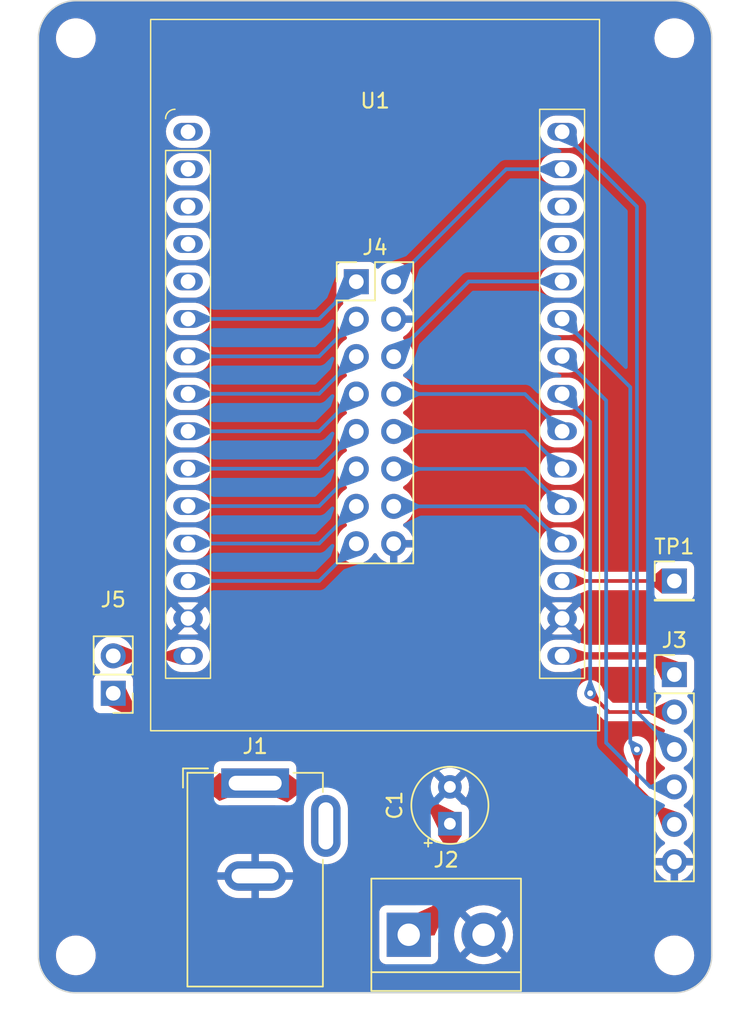
<source format=kicad_pcb>
(kicad_pcb (version 20221018) (generator pcbnew)
  (layers (0 "F.Cu" signal) (31 "B.Cu" signal) (34 "B.Paste" user) (35 "F.Paste" user) (36 "B.SilkS" user "B.Silkscreen") (37 "F.SilkS" user "F.Silkscreen") (38 "B.Mask" user) (39 "F.Mask" user) (44 "Edge.Cuts" user))
  (net 0 "")
  (net 1 "+5V")
  (net 2 "GND")
  (net 3 "+3V3")
  (net 4 "/VSPI_CS0")
  (net 5 "/VSPI_MOSI")
  (net 6 "/VSPI_SCLK")
  (net 7 "/VSPI_MISO")
  (net 8 "/MXR1")
  (net 9 "/MXG1")
  (net 10 "/MXB1")
  (net 11 "/MXR2")
  (net 12 "/MXG2")
  (net 13 "/MXB2")
  (net 14 "/MX_E")
  (net 15 "/MX_A")
  (net 16 "/MX_B")
  (net 17 "/MX_C")
  (net 18 "/MX_D")
  (net 19 "/MX_CLK")
  (net 20 "/MX_LAT")
  (net 21 "/MX_OE")
  (net 22 "VCC")
  (net 23 "Net-(U1-GP15)")
  (footprint "MountingHole:MountingHole_2.2mm_M2" (layer "F.Cu") (at 104.14 64.77)
    (fp_text reference "H1" hide)
    (fp_text value "MountingHole")
    (pad "" np_thru_hole circle (at 0 0) (size 2.2 2.2) (drill 2.2) (layers "*.Cu" "*.Mask"))
  )
  (footprint "Connector_PinHeader_2.54mm:PinHeader_1x02_P2.54mm_Vertical" (layer "F.Cu") (at 106.68 109.22 180)
    (fp_text reference "J5" (at 0 6.35) (layer "F.SilkS"))
    (fp_text value "Jumper")
    (fp_line (start -1.33 -1.33) (end 0 -1.33) (stroke (width 0.12)) (layer "F.SilkS"))
    (fp_line (start -1.33 0) (end -1.33 -1.33) (stroke (width 0.12)) (layer "F.SilkS"))
    (fp_line (start -1.33 1.27) (end -1.33 3.87) (stroke (width 0.12)) (layer "F.SilkS"))
    (fp_line (start -1.33 1.27) (end 1.33 1.27) (stroke (width 0.12)) (layer "F.SilkS"))
    (fp_line (start -1.33 3.87) (end 1.33 3.87) (stroke (width 0.12)) (layer "F.SilkS"))
    (fp_line (start 1.33 1.27) (end 1.33 3.87) (stroke (width 0.12)) (layer "F.SilkS"))
    (pad "1" thru_hole rect (at 0 0 180) (size 1.7 1.7) (drill 1) (layers "*.Cu" "*.Mask") (net 1 "+5V"))
    (pad "2" thru_hole oval (at 0 2.54 180) (size 1.7 1.7) (drill 1) (layers "*.Cu" "*.Mask") (net 22 "VCC"))
  )
  (footprint "Connector_BarrelJack:BarrelJack_GCT_DCJ200-10-A_Horizontal" (layer "F.Cu") (at 116.317 115.316)
    (fp_text reference "J1" (at 0 -2.5) (layer "F.SilkS"))
    (fp_text value "Barrel_Jack_Switch")
    (fp_line (start -4.9 -1) (end -4.9 0.3) (stroke (width 0.12)) (layer "F.SilkS"))
    (fp_line (start -4.6 -0.7) (end -2.6 -0.7) (stroke (width 0.12)) (layer "F.SilkS"))
    (fp_line (start -4.6 13.8) (end -4.6 -0.7) (stroke (width 0.12)) (layer "F.SilkS"))
    (fp_line (start -3.2 -1) (end -4.9 -1) (stroke (width 0.12)) (layer "F.SilkS"))
    (fp_line (start 2.6 -0.7) (end 4.6 -0.7) (stroke (width 0.12)) (layer "F.SilkS"))
    (fp_line (start 4.6 -0.7) (end 4.6 0.6) (stroke (width 0.12)) (layer "F.SilkS"))
    (fp_line (start 4.6 5.2) (end 4.6 13.8) (stroke (width 0.12)) (layer "F.SilkS"))
    (fp_line (start 4.6 13.8) (end -4.6 13.8) (stroke (width 0.12)) (layer "F.SilkS"))
    (pad "1" thru_hole rect (at 0 0) (size 4.6 2) (drill oval 3.6 1) (layers "*.Cu" "*.Mask") (net 1 "+5V"))
    (pad "2" thru_hole oval (at 0 6.3) (size 4.2 2) (drill oval 3.2 1) (layers "*.Cu" "*.Mask") (net 2 "GND"))
    (pad "3" thru_hole oval (at 4.8 2.9) (size 2 4.2) (drill oval 1 3.2) (layers "*.Cu" "*.Mask"))
  )
  (footprint "Connector_PinHeader_2.54mm:PinHeader_2x08_P2.54mm_Vertical" (layer "F.Cu") (at 123.185 81.295)
    (fp_text reference "J4" (at 1.27 -2.33) (layer "F.SilkS"))
    (fp_text value "MatrixConnector")
    (fp_line (start -1.33 -1.33) (end 0 -1.33) (stroke (width 0.12)) (layer "F.SilkS"))
    (fp_line (start -1.33 0) (end -1.33 -1.33) (stroke (width 0.12)) (layer "F.SilkS"))
    (fp_line (start -1.33 1.27) (end -1.33 19.11) (stroke (width 0.12)) (layer "F.SilkS"))
    (fp_line (start -1.33 1.27) (end 1.27 1.27) (stroke (width 0.12)) (layer "F.SilkS"))
    (fp_line (start -1.33 19.11) (end 3.87 19.11) (stroke (width 0.12)) (layer "F.SilkS"))
    (fp_line (start 1.27 -1.33) (end 3.87 -1.33) (stroke (width 0.12)) (layer "F.SilkS"))
    (fp_line (start 1.27 1.27) (end 1.27 -1.33) (stroke (width 0.12)) (layer "F.SilkS"))
    (fp_line (start 3.87 -1.33) (end 3.87 19.11) (stroke (width 0.12)) (layer "F.SilkS"))
    (pad "1" thru_hole rect (at 0 0) (size 1.7 1.7) (drill 1) (layers "*.Cu" "*.Mask") (net 8 "/MXR1"))
    (pad "2" thru_hole oval (at 2.54 0) (size 1.7 1.7) (drill 1) (layers "*.Cu" "*.Mask") (net 9 "/MXG1"))
    (pad "3" thru_hole oval (at 0 2.54) (size 1.7 1.7) (drill 1) (layers "*.Cu" "*.Mask") (net 10 "/MXB1"))
    (pad "4" thru_hole oval (at 2.54 2.54) (size 1.7 1.7) (drill 1) (layers "*.Cu" "*.Mask") (net 2 "GND"))
    (pad "5" thru_hole oval (at 0 5.08) (size 1.7 1.7) (drill 1) (layers "*.Cu" "*.Mask") (net 11 "/MXR2"))
    (pad "6" thru_hole oval (at 2.54 5.08) (size 1.7 1.7) (drill 1) (layers "*.Cu" "*.Mask") (net 12 "/MXG2"))
    (pad "7" thru_hole oval (at 0 7.62) (size 1.7 1.7) (drill 1) (layers "*.Cu" "*.Mask") (net 13 "/MXB2"))
    (pad "8" thru_hole oval (at 2.54 7.62) (size 1.7 1.7) (drill 1) (layers "*.Cu" "*.Mask") (net 14 "/MX_E"))
    (pad "9" thru_hole oval (at 0 10.16) (size 1.7 1.7) (drill 1) (layers "*.Cu" "*.Mask") (net 15 "/MX_A"))
    (pad "10" thru_hole oval (at 2.54 10.16) (size 1.7 1.7) (drill 1) (layers "*.Cu" "*.Mask") (net 16 "/MX_B"))
    (pad "11" thru_hole oval (at 0 12.7) (size 1.7 1.7) (drill 1) (layers "*.Cu" "*.Mask") (net 17 "/MX_C"))
    (pad "12" thru_hole oval (at 2.54 12.7) (size 1.7 1.7) (drill 1) (layers "*.Cu" "*.Mask") (net 18 "/MX_D"))
    (pad "13" thru_hole oval (at 0 15.24) (size 1.7 1.7) (drill 1) (layers "*.Cu" "*.Mask") (net 19 "/MX_CLK"))
    (pad "14" thru_hole oval (at 2.54 15.24) (size 1.7 1.7) (drill 1) (layers "*.Cu" "*.Mask") (net 20 "/MX_LAT"))
    (pad "15" thru_hole oval (at 0 17.78) (size 1.7 1.7) (drill 1) (layers "*.Cu" "*.Mask") (net 21 "/MX_OE"))
    (pad "16" thru_hole oval (at 2.54 17.78) (size 1.7 1.7) (drill 1) (layers "*.Cu" "*.Mask") (net 2 "GND"))
  )
  (footprint "Connector_PinHeader_2.54mm:PinHeader_1x01_P2.54mm_Vertical" (layer "F.Cu") (at 144.78 101.6)
    (fp_text reference "TP1" (at 0 -2.33) (layer "F.SilkS"))
    (fp_text value "TestPoint")
    (fp_line (start -1.33 -1.33) (end 0 -1.33) (stroke (width 0.12)) (layer "F.SilkS"))
    (fp_line (start -1.33 0) (end -1.33 -1.33) (stroke (width 0.12)) (layer "F.SilkS"))
    (fp_line (start -1.33 1.27) (end -1.33 1.33) (stroke (width 0.12)) (layer "F.SilkS"))
    (fp_line (start -1.33 1.27) (end 1.33 1.27) (stroke (width 0.12)) (layer "F.SilkS"))
    (fp_line (start -1.33 1.33) (end 1.33 1.33) (stroke (width 0.12)) (layer "F.SilkS"))
    (fp_line (start 1.33 1.27) (end 1.33 1.33) (stroke (width 0.12)) (layer "F.SilkS"))
    (pad "1" thru_hole rect (at 0 0) (size 1.7 1.7) (drill 1) (layers "*.Cu" "*.Mask") (net 23 "Net-(U1-GP15)"))
  )
  (footprint "TerminalBlock:TerminalBlock_bornier-2_P5.08mm" (layer "F.Cu") (at 126.746 125.603)
    (fp_text reference "J2" (at 2.54 -5.08) (layer "F.SilkS"))
    (fp_text value "Power Terminal")
    (fp_line (start -2.54 -3.81) (end -2.54 3.81) (stroke (width 0.12)) (layer "F.SilkS"))
    (fp_line (start -2.54 3.81) (end 7.62 3.81) (stroke (width 0.12)) (layer "F.SilkS"))
    (fp_line (start 7.62 -3.81) (end -2.54 -3.81) (stroke (width 0.12)) (layer "F.SilkS"))
    (fp_line (start 7.62 2.54) (end -2.54 2.54) (stroke (width 0.12)) (layer "F.SilkS"))
    (fp_line (start 7.62 3.81) (end 7.62 -3.81) (stroke (width 0.12)) (layer "F.SilkS"))
    (pad "1" thru_hole rect (at 0 0) (size 3 3) (drill 1.52) (layers "*.Cu" "*.Mask") (net 1 "+5V"))
    (pad "2" thru_hole circle (at 5.08 0) (size 3 3) (drill 1.52) (layers "*.Cu" "*.Mask") (net 2 "GND"))
  )
  (footprint "MountingHole:MountingHole_2.2mm_M2" (layer "F.Cu") (at 104.14 127)
    (fp_text reference "H4" hide)
    (fp_text value "MountingHole")
    (pad "" np_thru_hole circle (at 0 0) (size 2.2 2.2) (drill 2.2) (layers "*.Cu" "*.Mask"))
  )
  (footprint "ESP32-DevKits:ESP32-WROOM32-DevKit" (layer "F.Cu") (at 124.46 88.9 -90)
    (fp_text reference "U1" (at -19.88 0) (layer "F.SilkS"))
    (fp_text value "~")
    (fp_rect (start -25.4 -15.24) (end 22.86 15.24) (stroke (width 0.1)) (fill none) (layer "F.SilkS"))
    (fp_rect (start -19.304 -11.176) (end 19.304 -14.224) (stroke (width 0.1)) (fill none) (layer "F.SilkS"))
    (fp_rect (start -16.51 14.224) (end 19.304 11.176) (stroke (width 0.1)) (fill none) (layer "F.SilkS"))
    (fp_arc (start -18.669 14.224) (mid -19.118013 14.038013) (end -19.304 13.589) (stroke (width 0.1)) (layer "F.SilkS"))
    (pad "1" thru_hole oval (at -17.78 12.7 270) (size 1.2 2) (drill 1) (layers "*.Cu" "*.Mask"))
    (pad "2" thru_hole oval (at -15.24 12.7 270) (size 1.2 2) (drill 1) (layers "*.Cu" "*.Mask"))
    (pad "3" thru_hole oval (at -12.7 12.7 270) (size 1.2 2) (drill 1) (layers "*.Cu" "*.Mask"))
    (pad "4" thru_hole oval (at -10.16 12.7 270) (size 1.2 2) (drill 1) (layers "*.Cu" "*.Mask"))
    (pad "5" thru_hole oval (at -7.62 12.7 270) (size 1.2 2) (drill 1) (layers "*.Cu" "*.Mask"))
    (pad "6" thru_hole oval (at -5.08 12.7 270) (size 1.2 2) (drill 1) (layers "*.Cu" "*.Mask") (net 8 "/MXR1"))
    (pad "7" thru_hole oval (at -2.54 12.7 270) (size 1.2 2) (drill 1) (layers "*.Cu" "*.Mask") (net 10 "/MXB1"))
    (pad "8" thru_hole oval (at 0 12.7 270) (size 1.2 2) (drill 1) (layers "*.Cu" "*.Mask") (net 11 "/MXR2"))
    (pad "9" thru_hole oval (at 2.54 12.7 270) (size 1.2 2) (drill 1) (layers "*.Cu" "*.Mask") (net 13 "/MXB2"))
    (pad "10" thru_hole oval (at 5.08 12.7 270) (size 1.2 2) (drill 1) (layers "*.Cu" "*.Mask") (net 15 "/MX_A"))
    (pad "11" thru_hole oval (at 7.62 12.7 270) (size 1.2 2) (drill 1) (layers "*.Cu" "*.Mask") (net 17 "/MX_C"))
    (pad "12" thru_hole oval (at 10.16 12.7 270) (size 1.2 2) (drill 1) (layers "*.Cu" "*.Mask") (net 19 "/MX_CLK"))
    (pad "13" thru_hole oval (at 12.7 12.7 270) (size 1.2 2) (drill 1) (layers "*.Cu" "*.Mask") (net 21 "/MX_OE"))
    (pad "14" thru_hole oval (at 15.24 12.7 270) (size 1.2 2) (drill 1) (layers "*.Cu" "*.Mask") (net 2 "GND"))
    (pad "15" thru_hole oval (at 17.78 12.7 270) (size 1.2 2) (drill 1) (layers "*.Cu" "*.Mask") (net 22 "VCC"))
    (pad "16" thru_hole oval (at 17.78 -12.7 270) (size 1.2 2) (drill 1) (layers "*.Cu" "*.Mask") (net 3 "+3V3"))
    (pad "17" thru_hole oval (at 15.24 -12.7 270) (size 1.2 2) (drill 1) (layers "*.Cu" "*.Mask") (net 2 "GND"))
    (pad "18" thru_hole oval (at 12.7 -12.7 270) (size 1.2 2) (drill 1) (layers "*.Cu" "*.Mask") (net 23 "Net-(U1-GP15)"))
    (pad "19" thru_hole oval (at 10.16 -12.7 270) (size 1.2 2) (drill 1) (layers "*.Cu" "*.Mask") (net 20 "/MX_LAT"))
    (pad "20" thru_hole oval (at 7.62 -12.7 270) (size 1.2 2) (drill 1) (layers "*.Cu" "*.Mask") (net 18 "/MX_D"))
    (pad "21" thru_hole oval (at 5.08 -12.7 270) (size 1.2 2) (drill 1) (layers "*.Cu" "*.Mask") (net 16 "/MX_B"))
    (pad "22" thru_hole oval (at 2.54 -12.7 270) (size 1.2 2) (drill 1) (layers "*.Cu" "*.Mask") (net 14 "/MX_E"))
    (pad "23" thru_hole oval (at 0 -12.7 270) (size 1.2 2) (drill 1) (layers "*.Cu" "*.Mask") (net 4 "/VSPI_CS0"))
    (pad "24" thru_hole oval (at -2.54 -12.7 270) (size 1.2 2) (drill 1) (layers "*.Cu" "*.Mask") (net 6 "/VSPI_SCLK"))
    (pad "25" thru_hole oval (at -5.08 -12.7 270) (size 1.2 2) (drill 1) (layers "*.Cu" "*.Mask") (net 7 "/VSPI_MISO"))
    (pad "26" thru_hole oval (at -7.62 -12.7 270) (size 1.2 2) (drill 1) (layers "*.Cu" "*.Mask") (net 12 "/MXG2"))
    (pad "27" thru_hole oval (at -10.16 -12.7 270) (size 1.2 2) (drill 1) (layers "*.Cu" "*.Mask"))
    (pad "28" thru_hole oval (at -12.7 -12.7 270) (size 1.2 2) (drill 1) (layers "*.Cu" "*.Mask"))
    (pad "29" thru_hole oval (at -15.24 -12.7 270) (size 1.2 2) (drill 1) (layers "*.Cu" "*.Mask") (net 9 "/MXG1"))
    (pad "30" thru_hole oval (at -17.78 -12.7 270) (size 1.2 2) (drill 1) (layers "*.Cu" "*.Mask") (net 5 "/VSPI_MOSI"))
  )
  (footprint "MountingHole:MountingHole_2.2mm_M2" (layer "F.Cu") (at 144.78 64.77)
    (fp_text reference "H2" hide)
    (fp_text value "MountingHole")
    (pad "" np_thru_hole circle (at 0 0) (size 2.2 2.2) (drill 2.2) (layers "*.Cu" "*.Mask"))
  )
  (footprint "Connector_PinHeader_2.54mm:PinHeader_1x06_P2.54mm_Vertical" (layer "F.Cu") (at 144.78 107.95)
    (fp_text reference "J3" (at 0 -2.33) (layer "F.SilkS"))
    (fp_text value "SPI Header")
    (fp_line (start -1.33 -1.33) (end 0 -1.33) (stroke (width 0.12)) (layer "F.SilkS"))
    (fp_line (start -1.33 0) (end -1.33 -1.33) (stroke (width 0.12)) (layer "F.SilkS"))
    (fp_line (start -1.33 1.27) (end -1.33 14.03) (stroke (width 0.12)) (layer "F.SilkS"))
    (fp_line (start -1.33 1.27) (end 1.33 1.27) (stroke (width 0.12)) (layer "F.SilkS"))
    (fp_line (start -1.33 14.03) (end 1.33 14.03) (stroke (width 0.12)) (layer "F.SilkS"))
    (fp_line (start 1.33 1.27) (end 1.33 14.03) (stroke (width 0.12)) (layer "F.SilkS"))
    (pad "1" thru_hole rect (at 0 0) (size 1.7 1.7) (drill 1) (layers "*.Cu" "*.Mask") (net 3 "+3V3"))
    (pad "2" thru_hole oval (at 0 2.54) (size 1.7 1.7) (drill 1) (layers "*.Cu" "*.Mask") (net 4 "/VSPI_CS0"))
    (pad "3" thru_hole oval (at 0 5.08) (size 1.7 1.7) (drill 1) (layers "*.Cu" "*.Mask") (net 5 "/VSPI_MOSI"))
    (pad "4" thru_hole oval (at 0 7.62) (size 1.7 1.7) (drill 1) (layers "*.Cu" "*.Mask") (net 6 "/VSPI_SCLK"))
    (pad "5" thru_hole oval (at 0 10.16) (size 1.7 1.7) (drill 1) (layers "*.Cu" "*.Mask") (net 7 "/VSPI_MISO"))
    (pad "6" thru_hole oval (at 0 12.7) (size 1.7 1.7) (drill 1) (layers "*.Cu" "*.Mask") (net 2 "GND"))
  )
  (footprint "MountingHole:MountingHole_2.2mm_M2" (layer "F.Cu") (at 144.78 127)
    (fp_text reference "H3" hide)
    (fp_text value "MountingHole")
    (pad "" np_thru_hole circle (at 0 0) (size 2.2 2.2) (drill 2.2) (layers "*.Cu" "*.Mask"))
  )
  (footprint "Capacitor_THT:CP_Radial_Tantal_D5.0mm_P2.50mm" (layer "F.Cu") (at 129.54 118.07 90)
    (fp_text reference "C1" (at 1.25 -3.75 90) (layer "F.SilkS"))
    (fp_text value "10uF")
    (fp_line (start -1.554775 -1.475) (end -1.054775 -1.475) (stroke (width 0.12)) (layer "F.SilkS"))
    (fp_line (start -1.304775 -1.725) (end -1.304775 -1.225) (stroke (width 0.12)) (layer "F.SilkS"))
    (fp_circle (center 1.25 0) (end 3.87 0) (stroke (width 0.12)) (fill none) (layer "F.SilkS"))
    (pad "1" thru_hole rect (at 0 0 90) (size 1.6 1.6) (drill 0.8) (layers "*.Cu" "*.Mask") (net 1 "+5V"))
    (pad "2" thru_hole circle (at 2.5 0 90) (size 1.6 1.6) (drill 0.8) (layers "*.Cu" "*.Mask") (net 2 "GND"))
  )
  (gr_line (start 101.6 127) (end 101.6 64.77) (stroke (width 0.1)) (layer "Edge.Cuts"))
  (gr_arc (start 101.6 64.77) (mid 102.343949 62.973949) (end 104.14 62.23) (stroke (width 0.1)) (layer "Edge.Cuts"))
  (gr_arc (start 147.32 127) (mid 146.576051 128.796051) (end 144.78 129.54) (stroke (width 0.1)) (layer "Edge.Cuts"))
  (gr_arc (start 144.78 62.23) (mid 146.576051 62.973949) (end 147.32 64.77) (stroke (width 0.1)) (layer "Edge.Cuts"))
  (gr_line (start 104.14 62.23) (end 144.78 62.23) (stroke (width 0.1)) (layer "Edge.Cuts"))
  (gr_line (start 104.14 129.54) (end 144.78 129.54) (stroke (width 0.1)) (layer "Edge.Cuts"))
  (gr_line (start 147.32 64.77) (end 147.32 127) (stroke (width 0.1)) (layer "Edge.Cuts"))
  (gr_arc (start 104.14 129.54) (mid 102.343949 128.796051) (end 101.6 127) (stroke (width 0.1)) (layer "Edge.Cuts"))
  (segment (start 129.54 118.07) (end 129.54 122.809) (width 0.5) (layer "F.Cu") (net 1))
  (segment (start 116.317 115.316) (end 112.776 115.316) (width 0.5) (layer "F.Cu") (net 1))
  (segment (start 129.54 122.809) (end 126.746 125.603) (width 0.5) (layer "F.Cu") (net 1))
  (segment (start 112.776 115.316) (end 106.68 109.22) (width 0.5) (layer "F.Cu") (net 1))
  (segment (start 126.786 115.316) (end 129.54 118.07) (width 0.5) (layer "F.Cu") (net 1))
  (segment (start 116.317 115.316) (end 126.786 115.316) (width 0.5) (layer "F.Cu") (net 1))
  (segment (start 143.51 106.68) (end 144.78 107.95) (width 0.5) (layer "F.Cu") (net 3))
  (segment (start 137.16 106.68) (end 143.51 106.68) (width 0.5) (layer "F.Cu") (net 3))
  (segment (start 140.335 110.49) (end 144.78 110.49) (width 0.25) (layer "F.Cu") (net 4))
  (segment (start 139.065 109.22) (end 140.335 110.49) (width 0.25) (layer "F.Cu") (net 4))
  (via (at 139.065 109.22) (size 0.8) (drill 0.4) (layers "F.Cu" "B.Cu") (net 4))
  (segment (start 139.065 90.805) (end 139.065 109.22) (width 0.25) (layer "B.Cu") (net 4))
  (segment (start 137.16 88.9) (end 139.065 90.805) (width 0.25) (layer "B.Cu") (net 4))
  (segment (start 142.24 76.2) (end 142.24 110.49) (width 0.25) (layer "B.Cu") (net 5))
  (segment (start 137.16 71.12) (end 142.24 76.2) (width 0.25) (layer "B.Cu") (net 5))
  (segment (start 142.24 110.49) (end 144.78 113.03) (width 0.25) (layer "B.Cu") (net 5))
  (segment (start 137.16 86.36) (end 140.15 89.35) (width 0.25) (layer "B.Cu") (net 6))
  (segment (start 143.14 115.57) (end 140.15 112.58) (width 0.25) (layer "B.Cu") (net 6))
  (segment (start 140.15 89.35) (end 140.15 112.58) (width 0.25) (layer "B.Cu") (net 6))
  (segment (start 144.78 115.57) (end 143.14 115.57) (width 0.25) (layer "B.Cu") (net 6))
  (segment (start 142.24 113.03) (end 142.24 115.57) (width 0.25) (layer "F.Cu") (net 7))
  (segment (start 142.24 115.57) (end 144.78 118.11) (width 0.25) (layer "F.Cu") (net 7))
  (via (at 142.24 113.03) (size 0.8) (drill 0.4) (layers "F.Cu" "B.Cu") (net 7))
  (segment (start 137.16 83.82) (end 141.79 88.45) (width 0.25) (layer "B.Cu") (net 7))
  (segment (start 141.79 112.58) (end 142.24 113.03) (width 0.25) (layer "B.Cu") (net 7))
  (segment (start 141.79 88.45) (end 141.79 112.58) (width 0.25) (layer "B.Cu") (net 7))
  (segment (start 111.76 83.82) (end 120.66 83.82) (width 0.25) (layer "B.Cu") (net 8))
  (segment (start 120.66 83.82) (end 123.185 81.295) (width 0.25) (layer "B.Cu") (net 8))
  (segment (start 137.16 73.66) (end 133.36 73.66) (width 0.25) (layer "B.Cu") (net 9))
  (segment (start 133.36 73.66) (end 125.725 81.295) (width 0.25) (layer "B.Cu") (net 9))
  (segment (start 111.76 86.36) (end 120.66 86.36) (width 0.25) (layer "B.Cu") (net 10))
  (segment (start 120.66 86.36) (end 123.185 83.835) (width 0.25) (layer "B.Cu") (net 10))
  (segment (start 120.66 88.9) (end 123.185 86.375) (width 0.25) (layer "B.Cu") (net 11))
  (segment (start 111.76 88.9) (end 120.66 88.9) (width 0.25) (layer "B.Cu") (net 11))
  (segment (start 130.82 81.28) (end 125.725 86.375) (width 0.25) (layer "B.Cu") (net 12))
  (segment (start 137.16 81.28) (end 130.82 81.28) (width 0.25) (layer "B.Cu") (net 12))
  (segment (start 120.66 91.44) (end 123.185 88.915) (width 0.25) (layer "B.Cu") (net 13))
  (segment (start 111.76 91.44) (end 120.66 91.44) (width 0.25) (layer "B.Cu") (net 13))
  (segment (start 134.635 88.915) (end 137.16 91.44) (width 0.25) (layer "B.Cu") (net 14))
  (segment (start 125.725 88.915) (end 134.635 88.915) (width 0.25) (layer "B.Cu") (net 14))
  (segment (start 111.76 93.98) (end 120.66 93.98) (width 0.25) (layer "B.Cu") (net 15))
  (segment (start 120.66 93.98) (end 123.185 91.455) (width 0.25) (layer "B.Cu") (net 15))
  (segment (start 125.725 91.455) (end 134.635 91.455) (width 0.25) (layer "B.Cu") (net 16))
  (segment (start 134.635 91.455) (end 137.16 93.98) (width 0.25) (layer "B.Cu") (net 16))
  (segment (start 111.76 96.52) (end 120.66 96.52) (width 0.25) (layer "B.Cu") (net 17))
  (segment (start 120.66 96.52) (end 123.185 93.995) (width 0.25) (layer "B.Cu") (net 17))
  (segment (start 134.635 93.995) (end 137.16 96.52) (width 0.25) (layer "B.Cu") (net 18))
  (segment (start 125.725 93.995) (end 134.635 93.995) (width 0.25) (layer "B.Cu") (net 18))
  (segment (start 111.76 99.06) (end 120.66 99.06) (width 0.25) (layer "B.Cu") (net 19))
  (segment (start 120.66 99.06) (end 123.185 96.535) (width 0.25) (layer "B.Cu") (net 19))
  (segment (start 125.725 96.535) (end 134.635 96.535) (width 0.25) (layer "B.Cu") (net 20))
  (segment (start 134.635 96.535) (end 137.16 99.06) (width 0.25) (layer "B.Cu") (net 20))
  (segment (start 111.76 101.6) (end 120.66 101.6) (width 0.25) (layer "B.Cu") (net 21))
  (segment (start 120.66 101.6) (end 123.185 99.075) (width 0.25) (layer "B.Cu") (net 21))
  (segment (start 106.68 106.68) (end 111.76 106.68) (width 0.5) (layer "F.Cu") (net 22))
  (segment (start 137.16 101.6) (end 144.78 101.6) (width 0.25) (layer "F.Cu") (net 23))
  (zone (net 2) (net_name "GND") (layers "F&B.Cu") (connect_pads (clearance 0.5)) (min_thickness 0.25) (fill yes (thermal_gap 0.5) (thermal_bridge_width 0.5))
    (polygon (pts (xy 101.6 62.23) (xy 101.6 129.54) (xy 147.32 129.54) (xy 147.32 62.23)))
  )
)
</source>
